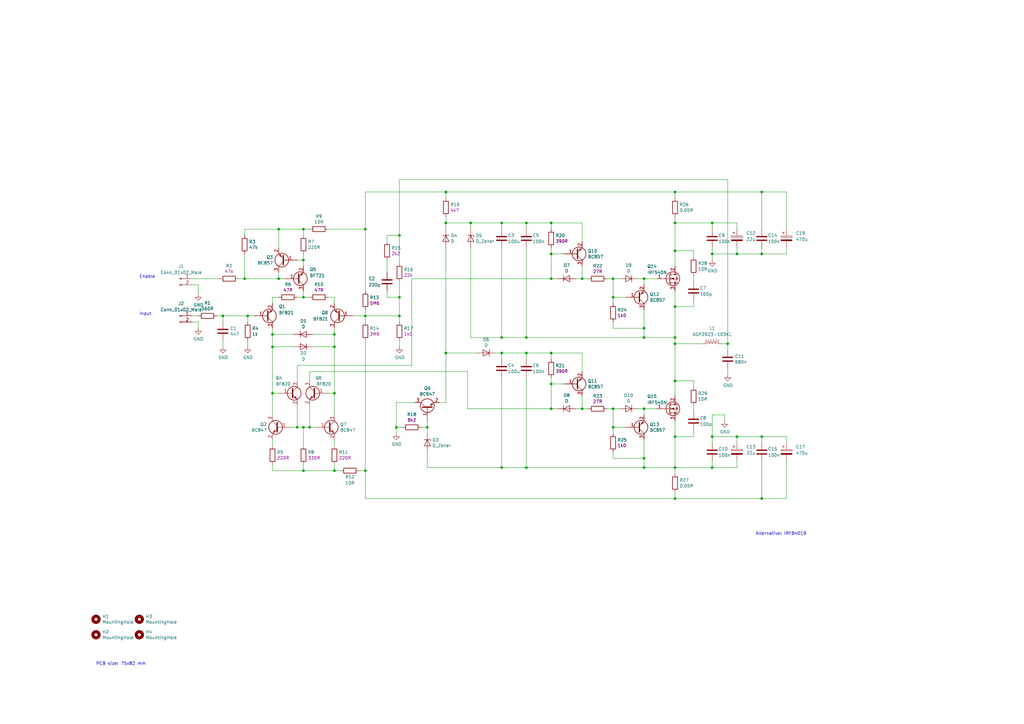
<source format=kicad_sch>
(kicad_sch (version 20211123) (generator eeschema)
  (paper "A3")
  (title_block (title "UcD200") (date "2019-02-03") (rev "0.1") (company "Steen Bie"))
  (junction (at 292.1 104.14))
  (junction (at 276.86 204.47))
  (junction (at 111.76 137.16))
  (junction (at 264.16 114.3))
  (junction (at 251.46 167.64))
  (junction (at 149.86 93.98))
  (junction (at 182.88 91.44))
  (junction (at 276.86 156.21))
  (junction (at 121.92 175.26))
  (junction (at 215.9 144.78))
  (junction (at 302.26 179.07))
  (junction (at 226.06 114.3))
  (junction (at 264.16 134.62))
  (junction (at 238.76 114.3))
  (junction (at 276.86 140.97))
  (junction (at 276.86 125.73))
  (junction (at 111.76 161.29))
  (junction (at 163.83 121.92))
  (junction (at 251.46 121.92))
  (junction (at 124.46 121.92))
  (junction (at 226.06 167.64))
  (junction (at 124.46 106.68))
  (junction (at 276.86 179.07))
  (junction (at 292.1 191.77))
  (junction (at 163.83 96.52))
  (junction (at 238.76 167.64))
  (junction (at 312.42 179.07))
  (junction (at 91.44 129.54))
  (junction (at 124.46 93.98))
  (junction (at 137.16 137.16))
  (junction (at 149.86 193.04))
  (junction (at 226.06 157.48))
  (junction (at 312.42 104.14))
  (junction (at 215.9 138.43))
  (junction (at 292.1 179.07))
  (junction (at 215.9 191.77))
  (junction (at 137.16 142.24))
  (junction (at 137.16 193.04))
  (junction (at 124.46 193.04))
  (junction (at 182.88 144.78))
  (junction (at 205.74 91.44))
  (junction (at 111.76 142.24))
  (junction (at 298.45 140.97))
  (junction (at 276.86 138.43))
  (junction (at 226.06 144.78))
  (junction (at 226.06 104.14))
  (junction (at 292.1 91.44))
  (junction (at 127 175.26))
  (junction (at 175.26 175.26))
  (junction (at 101.6 129.54))
  (junction (at 302.26 104.14))
  (junction (at 205.74 191.77))
  (junction (at 137.16 161.29))
  (junction (at 215.9 91.44))
  (junction (at 251.46 175.26))
  (junction (at 276.86 102.87))
  (junction (at 276.86 91.44))
  (junction (at 163.83 129.54))
  (junction (at 312.42 78.74))
  (junction (at 162.56 175.26))
  (junction (at 149.86 129.54))
  (junction (at 264.16 191.77))
  (junction (at 100.33 114.3))
  (junction (at 276.86 191.77))
  (junction (at 264.16 167.64))
  (junction (at 114.3 93.98))
  (junction (at 264.16 138.43))
  (junction (at 264.16 187.96))
  (junction (at 226.06 91.44))
  (junction (at 205.74 144.78))
  (junction (at 205.74 138.43))
  (junction (at 182.88 78.74))
  (junction (at 193.04 91.44))
  (junction (at 276.86 78.74))
  (junction (at 312.42 204.47))
  (junction (at 114.3 114.3))
  (junction (at 124.46 175.26))
  (junction (at 251.46 114.3))
  (wire (pts (xy 312.42 104.14) (xy 322.58 104.14)))
  (wire (pts (xy 78.74 132.08) (xy 81.28 132.08)))
  (wire (pts (xy 284.48 179.07) (xy 276.86 179.07)))
  (wire (pts (xy 101.6 129.54) (xy 101.6 132.08)))
  (wire (pts (xy 81.28 116.84) (xy 81.28 120.65)))
  (wire (pts (xy 292.1 93.98) (xy 292.1 91.44)))
  (wire (pts (xy 168.91 114.3) (xy 168.91 149.86)))
  (wire (pts (xy 182.88 78.74) (xy 149.86 78.74)))
  (wire (pts (xy 129.54 175.26) (xy 127 175.26)))
  (wire (pts (xy 215.9 91.44) (xy 215.9 93.98)))
  (wire (pts (xy 149.86 93.98) (xy 149.86 119.38)))
  (wire (pts (xy 276.86 191.77) (xy 292.1 191.77)))
  (wire (pts (xy 276.86 102.87) (xy 276.86 109.22)))
  (wire (pts (xy 100.33 114.3) (xy 114.3 114.3)))
  (wire (pts (xy 284.48 102.87) (xy 276.86 102.87)))
  (wire (pts (xy 134.62 93.98) (xy 149.86 93.98)))
  (wire (pts (xy 149.86 132.08) (xy 149.86 129.54)))
  (wire (pts (xy 251.46 121.92) (xy 256.54 121.92)))
  (wire (pts (xy 91.44 129.54) (xy 101.6 129.54)))
  (wire (pts (xy 121.92 149.86) (xy 121.92 156.21)))
  (wire (pts (xy 137.16 121.92) (xy 137.16 124.46)))
  (wire (pts (xy 264.16 167.64) (xy 269.24 167.64)))
  (wire (pts (xy 251.46 121.92) (xy 251.46 124.46)))
  (wire (pts (xy 312.42 78.74) (xy 312.42 93.98)))
  (wire (pts (xy 302.26 104.14) (xy 312.42 104.14)))
  (wire (pts (xy 264.16 138.43) (xy 276.86 138.43)))
  (wire (pts (xy 254 167.64) (xy 251.46 167.64)))
  (wire (pts (xy 264.16 191.77) (xy 276.86 191.77)))
  (wire (pts (xy 127 93.98) (xy 124.46 93.98)))
  (wire (pts (xy 175.26 191.77) (xy 175.26 185.42)))
  (wire (pts (xy 276.86 91.44) (xy 276.86 102.87)))
  (wire (pts (xy 121.92 166.37) (xy 121.92 175.26)))
  (wire (pts (xy 251.46 167.64) (xy 251.46 175.26)))
  (wire (pts (xy 191.77 152.4) (xy 127 152.4)))
  (wire (pts (xy 276.86 204.47) (xy 312.42 204.47)))
  (wire (pts (xy 193.04 101.6) (xy 193.04 138.43)))
  (wire (pts (xy 101.6 139.7) (xy 101.6 142.24)))
  (wire (pts (xy 292.1 101.6) (xy 292.1 104.14)))
  (wire (pts (xy 134.62 161.29) (xy 137.16 161.29)))
  (wire (pts (xy 264.16 114.3) (xy 269.24 114.3)))
  (wire (pts (xy 284.48 123.19) (xy 284.48 125.73)))
  (wire (pts (xy 238.76 91.44) (xy 238.76 99.06)))
  (wire (pts (xy 238.76 109.22) (xy 238.76 114.3)))
  (wire (pts (xy 226.06 91.44) (xy 238.76 91.44)))
  (wire (pts (xy 163.83 73.66) (xy 163.83 96.52)))
  (wire (pts (xy 111.76 180.34) (xy 111.76 182.88)))
  (wire (pts (xy 284.48 166.37) (xy 284.48 168.91)))
  (wire (pts (xy 124.46 106.68) (xy 124.46 109.22)))
  (wire (pts (xy 292.1 181.61) (xy 292.1 179.07)))
  (wire (pts (xy 228.6 167.64) (xy 226.06 167.64)))
  (wire (pts (xy 292.1 191.77) (xy 302.26 191.77)))
  (wire (pts (xy 292.1 104.14) (xy 302.26 104.14)))
  (wire (pts (xy 182.88 101.6) (xy 182.88 144.78)))
  (wire (pts (xy 205.74 144.78) (xy 215.9 144.78)))
  (wire (pts (xy 124.46 193.04) (xy 111.76 193.04)))
  (wire (pts (xy 215.9 147.32) (xy 215.9 144.78)))
  (wire (pts (xy 78.74 114.3) (xy 90.17 114.3)))
  (wire (pts (xy 175.26 172.72) (xy 175.26 175.26)))
  (wire (pts (xy 251.46 167.64) (xy 248.92 167.64)))
  (wire (pts (xy 276.86 201.93) (xy 276.86 204.47)))
  (wire (pts (xy 163.83 142.24) (xy 163.83 139.7)))
  (wire (pts (xy 276.86 156.21) (xy 276.86 162.56)))
  (wire (pts (xy 120.65 142.24) (xy 111.76 142.24)))
  (wire (pts (xy 124.46 104.14) (xy 124.46 106.68)))
  (wire (pts (xy 215.9 91.44) (xy 226.06 91.44)))
  (wire (pts (xy 292.1 191.77) (xy 292.1 189.23)))
  (wire (pts (xy 226.06 157.48) (xy 231.14 157.48)))
  (wire (pts (xy 322.58 204.47) (xy 322.58 189.23)))
  (wire (pts (xy 182.88 165.1) (xy 180.34 165.1)))
  (wire (pts (xy 163.83 121.92) (xy 163.83 115.57)))
  (wire (pts (xy 251.46 134.62) (xy 264.16 134.62)))
  (wire (pts (xy 168.91 149.86) (xy 121.92 149.86)))
  (wire (pts (xy 137.16 193.04) (xy 137.16 190.5)))
  (wire (pts (xy 276.86 179.07) (xy 276.86 172.72)))
  (wire (pts (xy 111.76 121.92) (xy 111.76 124.46)))
  (wire (pts (xy 158.75 99.06) (xy 158.75 96.52)))
  (wire (pts (xy 284.48 176.53) (xy 284.48 179.07)))
  (wire (pts (xy 276.86 138.43) (xy 276.86 140.97)))
  (wire (pts (xy 297.18 170.18) (xy 297.18 172.72)))
  (wire (pts (xy 276.86 88.9) (xy 276.86 91.44)))
  (wire (pts (xy 193.04 91.44) (xy 205.74 91.44)))
  (wire (pts (xy 205.74 154.94) (xy 205.74 191.77)))
  (wire (pts (xy 251.46 175.26) (xy 256.54 175.26)))
  (wire (pts (xy 205.74 93.98) (xy 205.74 91.44)))
  (wire (pts (xy 124.46 193.04) (xy 124.46 190.5)))
  (wire (pts (xy 261.62 167.64) (xy 264.16 167.64)))
  (wire (pts (xy 264.16 134.62) (xy 264.16 127)))
  (wire (pts (xy 215.9 138.43) (xy 215.9 101.6)))
  (wire (pts (xy 124.46 175.26) (xy 124.46 182.88)))
  (wire (pts (xy 251.46 175.26) (xy 251.46 177.8)))
  (wire (pts (xy 292.1 179.07) (xy 292.1 170.18)))
  (wire (pts (xy 322.58 179.07) (xy 322.58 181.61)))
  (wire (pts (xy 121.92 121.92) (xy 124.46 121.92)))
  (wire (pts (xy 172.72 175.26) (xy 175.26 175.26)))
  (wire (pts (xy 137.16 137.16) (xy 137.16 142.24)))
  (wire (pts (xy 205.74 138.43) (xy 215.9 138.43)))
  (wire (pts (xy 149.86 129.54) (xy 163.83 129.54)))
  (wire (pts (xy 312.42 204.47) (xy 322.58 204.47)))
  (wire (pts (xy 264.16 170.18) (xy 264.16 167.64)))
  (wire (pts (xy 226.06 93.98) (xy 226.06 91.44)))
  (wire (pts (xy 298.45 140.97) (xy 298.45 143.51)))
  (wire (pts (xy 111.76 161.29) (xy 111.76 170.18)))
  (wire (pts (xy 158.75 121.92) (xy 163.83 121.92)))
  (wire (pts (xy 158.75 106.68) (xy 158.75 111.76)))
  (wire (pts (xy 162.56 175.26) (xy 162.56 165.1)))
  (wire (pts (xy 114.3 114.3) (xy 116.84 114.3)))
  (wire (pts (xy 276.86 78.74) (xy 276.86 81.28)))
  (wire (pts (xy 302.26 101.6) (xy 302.26 104.14)))
  (wire (pts (xy 100.33 96.52) (xy 100.33 93.98)))
  (wire (pts (xy 312.42 204.47) (xy 312.42 189.23)))
  (wire (pts (xy 264.16 116.84) (xy 264.16 114.3)))
  (wire (pts (xy 97.79 114.3) (xy 100.33 114.3)))
  (wire (pts (xy 226.06 144.78) (xy 238.76 144.78)))
  (wire (pts (xy 114.3 121.92) (xy 111.76 121.92)))
  (wire (pts (xy 182.88 144.78) (xy 182.88 165.1)))
  (wire (pts (xy 137.16 193.04) (xy 124.46 193.04)))
  (wire (pts (xy 175.26 175.26) (xy 175.26 177.8)))
  (wire (pts (xy 205.74 191.77) (xy 175.26 191.77)))
  (wire (pts (xy 124.46 121.92) (xy 127 121.92)))
  (wire (pts (xy 236.22 114.3) (xy 238.76 114.3)))
  (wire (pts (xy 215.9 144.78) (xy 226.06 144.78)))
  (wire (pts (xy 162.56 165.1) (xy 170.18 165.1)))
  (wire (pts (xy 91.44 139.7) (xy 91.44 142.24)))
  (wire (pts (xy 226.06 167.64) (xy 226.06 157.48)))
  (wire (pts (xy 137.16 180.34) (xy 137.16 182.88)))
  (wire (pts (xy 284.48 105.41) (xy 284.48 102.87)))
  (wire (pts (xy 162.56 175.26) (xy 162.56 177.8)))
  (wire (pts (xy 284.48 158.75) (xy 284.48 156.21)))
  (wire (pts (xy 298.45 140.97) (xy 298.45 73.66)))
  (wire (pts (xy 284.48 156.21) (xy 276.86 156.21)))
  (wire (pts (xy 163.83 129.54) (xy 163.83 132.08)))
  (wire (pts (xy 295.91 140.97) (xy 298.45 140.97)))
  (wire (pts (xy 121.92 175.26) (xy 124.46 175.26)))
  (wire (pts (xy 158.75 119.38) (xy 158.75 121.92)))
  (wire (pts (xy 261.62 114.3) (xy 264.16 114.3)))
  (wire (pts (xy 251.46 132.08) (xy 251.46 134.62)))
  (wire (pts (xy 165.1 175.26) (xy 162.56 175.26)))
  (wire (pts (xy 182.88 93.98) (xy 182.88 91.44)))
  (wire (pts (xy 298.45 153.67) (xy 298.45 151.13)))
  (wire (pts (xy 312.42 181.61) (xy 312.42 179.07)))
  (wire (pts (xy 114.3 111.76) (xy 114.3 114.3)))
  (wire (pts (xy 137.16 142.24) (xy 137.16 161.29)))
  (wire (pts (xy 128.27 142.24) (xy 137.16 142.24)))
  (wire (pts (xy 312.42 78.74) (xy 322.58 78.74)))
  (wire (pts (xy 205.74 147.32) (xy 205.74 144.78)))
  (wire (pts (xy 292.1 91.44) (xy 302.26 91.44)))
  (wire (pts (xy 149.86 129.54) (xy 149.86 127)))
  (wire (pts (xy 163.83 121.92) (xy 163.83 129.54)))
  (wire (pts (xy 127 166.37) (xy 127 175.26)))
  (wire (pts (xy 292.1 106.68) (xy 292.1 104.14)))
  (wire (pts (xy 203.2 144.78) (xy 205.74 144.78)))
  (wire (pts (xy 238.76 167.64) (xy 241.3 167.64)))
  (wire (pts (xy 238.76 162.56) (xy 238.76 167.64)))
  (wire (pts (xy 111.76 134.62) (xy 111.76 137.16)))
  (wire (pts (xy 111.76 137.16) (xy 111.76 142.24)))
  (wire (pts (xy 163.83 96.52) (xy 163.83 107.95)))
  (wire (pts (xy 193.04 138.43) (xy 205.74 138.43)))
  (wire (pts (xy 226.06 167.64) (xy 191.77 167.64)))
  (wire (pts (xy 128.27 137.16) (xy 137.16 137.16)))
  (wire (pts (xy 127 152.4) (xy 127 156.21)))
  (wire (pts (xy 88.9 129.54) (xy 91.44 129.54)))
  (wire (pts (xy 124.46 93.98) (xy 124.46 96.52)))
  (wire (pts (xy 292.1 179.07) (xy 302.26 179.07)))
  (wire (pts (xy 264.16 187.96) (xy 264.16 191.77)))
  (wire (pts (xy 139.7 193.04) (xy 137.16 193.04)))
  (wire (pts (xy 81.28 132.08) (xy 81.28 134.62)))
  (wire (pts (xy 226.06 114.3) (xy 226.06 104.14)))
  (wire (pts (xy 114.3 93.98) (xy 114.3 101.6)))
  (wire (pts (xy 254 114.3) (xy 251.46 114.3)))
  (wire (pts (xy 298.45 73.66) (xy 163.83 73.66)))
  (wire (pts (xy 284.48 125.73) (xy 276.86 125.73)))
  (wire (pts (xy 251.46 114.3) (xy 251.46 121.92)))
  (wire (pts (xy 276.86 194.31) (xy 276.86 191.77)))
  (wire (pts (xy 248.92 114.3) (xy 251.46 114.3)))
  (wire (pts (xy 182.88 78.74) (xy 276.86 78.74)))
  (wire (pts (xy 292.1 170.18) (xy 297.18 170.18)))
  (wire (pts (xy 100.33 93.98) (xy 114.3 93.98)))
  (wire (pts (xy 264.16 134.62) (xy 264.16 138.43)))
  (wire (pts (xy 302.26 191.77) (xy 302.26 189.23)))
  (wire (pts (xy 276.86 125.73) (xy 276.86 138.43)))
  (wire (pts (xy 101.6 129.54) (xy 104.14 129.54)))
  (wire (pts (xy 276.86 78.74) (xy 312.42 78.74)))
  (wire (pts (xy 284.48 113.03) (xy 284.48 115.57)))
  (wire (pts (xy 137.16 134.62) (xy 137.16 137.16)))
  (wire (pts (xy 205.74 91.44) (xy 215.9 91.44)))
  (wire (pts (xy 134.62 121.92) (xy 137.16 121.92)))
  (wire (pts (xy 322.58 104.14) (xy 322.58 101.6)))
  (wire (pts (xy 182.88 81.28) (xy 182.88 78.74)))
  (wire (pts (xy 238.76 144.78) (xy 238.76 152.4)))
  (wire (pts (xy 226.06 114.3) (xy 228.6 114.3)))
  (wire (pts (xy 238.76 114.3) (xy 241.3 114.3)))
  (wire (pts (xy 264.16 191.77) (xy 215.9 191.77)))
  (wire (pts (xy 276.86 191.77) (xy 276.86 179.07)))
  (wire (pts (xy 147.32 193.04) (xy 149.86 193.04)))
  (wire (pts (xy 182.88 144.78) (xy 195.58 144.78)))
  (wire (pts (xy 158.75 96.52) (xy 163.83 96.52)))
  (wire (pts (xy 251.46 185.42) (xy 251.46 187.96)))
  (wire (pts (xy 215.9 154.94) (xy 215.9 191.77)))
  (wire (pts (xy 149.86 204.47) (xy 149.86 193.04)))
  (wire (pts (xy 124.46 119.38) (xy 124.46 121.92)))
  (wire (pts (xy 121.92 175.26) (xy 119.38 175.26)))
  (wire (pts (xy 302.26 179.07) (xy 312.42 179.07)))
  (wire (pts (xy 302.26 91.44) (xy 302.26 93.98)))
  (wire (pts (xy 312.42 179.07) (xy 322.58 179.07)))
  (wire (pts (xy 264.16 138.43) (xy 215.9 138.43)))
  (wire (pts (xy 276.86 125.73) (xy 276.86 119.38)))
  (wire (pts (xy 215.9 191.77) (xy 205.74 191.77)))
  (wire (pts (xy 312.42 101.6) (xy 312.42 104.14)))
  (wire (pts (xy 111.76 193.04) (xy 111.76 190.5)))
  (wire (pts (xy 120.65 137.16) (xy 111.76 137.16)))
  (wire (pts (xy 114.3 161.29) (xy 111.76 161.29)))
  (wire (pts (xy 302.26 181.61) (xy 302.26 179.07)))
  (wire (pts (xy 236.22 167.64) (xy 238.76 167.64)))
  (wire (pts (xy 205.74 101.6) (xy 205.74 138.43)))
  (wire (pts (xy 182.88 91.44) (xy 193.04 91.44)))
  (wire (pts (xy 121.92 106.68) (xy 124.46 106.68)))
  (wire (pts (xy 251.46 187.96) (xy 264.16 187.96)))
  (wire (pts (xy 149.86 193.04) (xy 149.86 139.7)))
  (wire (pts (xy 191.77 167.64) (xy 191.77 152.4)))
  (wire (pts (xy 137.16 161.29) (xy 137.16 170.18)))
  (wire (pts (xy 100.33 104.14) (xy 100.33 114.3)))
  (wire (pts (xy 226.06 101.6) (xy 226.06 104.14)))
  (wire (pts (xy 168.91 114.3) (xy 226.06 114.3)))
  (wire (pts (xy 149.86 78.74) (xy 149.86 93.98)))
  (wire (pts (xy 288.29 140.97) (xy 276.86 140.97)))
  (wire (pts (xy 81.28 116.84) (xy 78.74 116.84)))
  (wire (pts (xy 264.16 187.96) (xy 264.16 180.34)))
  (wire (pts (xy 144.78 129.54) (xy 149.86 129.54)))
  (wire (pts (xy 124.46 175.26) (xy 127 175.26)))
  (wire (pts (xy 226.06 147.32) (xy 226.06 144.78)))
  (wire (pts (xy 226.06 157.48) (xy 226.06 154.94)))
  (wire (pts (xy 91.44 129.54) (xy 91.44 132.08)))
  (wire (pts (xy 276.86 204.47) (xy 149.86 204.47)))
  (wire (pts (xy 276.86 140.97) (xy 276.86 156.21)))
  (wire (pts (xy 193.04 93.98) (xy 193.04 91.44)))
  (wire (pts (xy 124.46 93.98) (xy 114.3 93.98)))
  (wire (pts (xy 111.76 142.24) (xy 111.76 161.29)))
  (wire (pts (xy 292.1 91.44) (xy 276.86 91.44)))
  (wire (pts (xy 182.88 88.9) (xy 182.88 91.44)))
  (wire (pts (xy 322.58 78.74) (xy 322.58 93.98)))
  (wire (pts (xy 226.06 104.14) (xy 231.14 104.14)))
  (wire (pts (xy 78.74 129.54) (xy 81.28 129.54)))
  (text "PCB size: 75x82 mm" (at 39.37 273.05 0) (effects (font (size 1.27 1.27)) (justify left bottom)))
  (text "Input" (at 57.15 129.54 0) (effects (font (size 1.27 1.27)) (justify left bottom)))
  (text "Alternative: IRFB4019" (at 309.88 219.71 0) (effects (font (size 1.27 1.27)) (justify left bottom)))
  (text "Enable" (at 57.15 114.3 0) (effects (font (size 1.27 1.27)) (justify left bottom)))
  (symbol (lib_id "UcD200-rescue:C-Device-UcD200-rescue") (at 91.44 135.89 0) (unit 1)
    (property "Reference" "C1" (at 94.361 134.7216 0) (effects (justify left)))
    (property "Value" "4n7" (at 94.361 137.033 0) (effects (justify left)))
    (property "Footprint" "Capacitor_SMD:C_0603_1608Metric" (effects hide))
  )
  (symbol (lib_id "UcD200-rescue:R220R_0603-standard_lib-UcD200-rescue-UcD200-rescue") (at 124.46 100.33 0) (unit 1)
    (property "Reference" "R7" (at 126.238 99.1616 0) (effects (justify left)))
    (property "Value" "220R" (at 126.238 101.473 0) (effects (justify left)))
    (property "Footprint" "Resistor_SMD:R_0603_1608Metric" (effects hide))
    (property "Mfg. Part No." "AC0603FR-07220RL" (effects hide))
    (property "Mouser Part No." "603-AC0603FR-07220RL" (effects hide))
    (property "Value / value" "220R" (effects hide))
  )
  (symbol (lib_id "UcD200-rescue:R-Device-UcD200-rescue") (at 143.51 193.04 270) (unit 1)
    (property "Reference" "R12" (at 143.51 195.58 90))
    (property "Value" "10R" (at 143.51 198.12 90))
    (property "Footprint" "Resistor_SMD:R_0603_1608Metric" (effects hide))
  )
  (symbol (lib_id "UcD200-rescue:R-Device-UcD200-rescue") (at 130.81 93.98 270) (unit 1)
    (property "Reference" "R9" (at 130.81 88.7222 90))
    (property "Value" "10R" (at 130.81 91.0336 90))
    (property "Footprint" "Resistor_SMD:R_0603_1608Metric" (effects hide))
  )
  (symbol (lib_id "UcD200-rescue:R-Device-UcD200-rescue") (at 101.6 135.89 0) (unit 1)
    (property "Reference" "R4" (at 103.378 134.7216 0) (effects (justify left)))
    (property "Value" "1k" (at 103.378 137.033 0) (effects (justify left)))
    (property "Footprint" "Resistor_SMD:R_0603_1608Metric" (effects hide))
  )
  (symbol (lib_id "UcD200-rescue:R-Device-UcD200-rescue") (at 85.09 129.54 270) (unit 1)
    (property "Reference" "R1" (at 85.09 124.2822 90))
    (property "Value" "560R" (at 85.09 126.5936 90))
    (property "Footprint" "Resistor_SMD:R_0603_1608Metric" (effects hide))
  )
  (symbol (lib_id "UcD200-rescue:GND-power-UcD200-rescue") (at 91.44 142.24 0) (unit 1)
    (property "Reference" "#PWR0101" (effects hide))
    (property "Value" "GND" (at 91.567 146.6342 0))
  )
  (symbol (lib_id "UcD200-rescue:GND-power-UcD200-rescue") (at 101.6 142.24 0) (unit 1)
    (property "Reference" "#PWR0102" (effects hide))
    (property "Value" "GND" (at 101.727 146.6342 0))
  )
  (symbol (lib_id "UcD200-rescue:R47k_0603-standard_lib-UcD200-rescue-UcD200-rescue") (at 100.33 100.33 0) (unit 1)
    (property "Reference" "R3" (at 102.108 99.1616 0) (effects (justify left)))
    (property "Value" "47k" (at 102.108 101.473 0) (effects (justify left)))
    (property "Footprint" "Resistor_SMD:R_0603_1608Metric" (effects hide))
  )
  (symbol (lib_id "UcD200-rescue:GND-power-UcD200-rescue") (at 81.28 120.65 0) (unit 1)
    (property "Reference" "#PWR0103" (effects hide))
    (property "Value" "GND" (at 81.407 125.0442 0))
  )
  (symbol (lib_id "UcD200-rescue:GND-power-UcD200-rescue") (at 81.28 134.62 0) (unit 1)
    (property "Reference" "#PWR0104" (effects hide))
    (property "Value" "GND" (at 81.407 139.0142 0))
  )
  (symbol (lib_id "UcD200-rescue:D-Device-UcD200-rescue") (at 124.46 137.16 0) (unit 1)
    (property "Reference" "D1" (at 124.46 131.6736 0))
    (property "Value" "D" (at 124.46 133.985 0))
  )
  (symbol (lib_id "UcD200-rescue:D-Device-UcD200-rescue") (at 124.46 142.24 0) (mirror y) (unit 1)
    (property "Reference" "D2" (at 124.46 144.78 0))
    (property "Value" "D" (at 124.46 147.32 0))
  )
  (symbol (lib_id "UcD200-rescue:IRF540N-Transistor_FET-UcD200-rescue") (at 274.32 167.64 0) (unit 1)
    (property "Reference" "Q15" (at 265.43 162.56 0) (effects (justify left)))
    (property "Value" "IRF540N" (at 265.43 165.1 0) (effects (justify left)))
    (property "Footprint" "Package_TO_SOT_THT:TO-220-3_Vertical" (effects hide))
    (property "Datasheet" "http://www.irf.com/product-info/datasheets/data/irf540n.pdf" (effects hide))
  )
  (symbol (lib_id "UcD200-rescue:GND-power-UcD200-rescue") (at 163.83 142.24 0) (unit 1)
    (property "Reference" "#PWR0105" (effects hide))
    (property "Value" "GND" (at 163.957 146.6342 0))
  )
  (symbol (lib_id "UcD200-rescue:C-Device-UcD200-rescue") (at 158.75 115.57 0) (unit 1)
    (property "Reference" "C2" (at 151.13 114.3 0) (effects (justify left)))
    (property "Value" "220p" (at 151.13 116.84 0) (effects (justify left)))
    (property "Footprint" "Capacitor_SMD:C_0603_1608Metric" (effects hide))
  )
  (symbol (lib_id "UcD200-rescue:C-Device-UcD200-rescue") (at 298.45 147.32 0) (unit 1)
    (property "Reference" "C11" (at 301.371 146.1516 0) (effects (justify left)))
    (property "Value" "680n" (at 301.371 148.463 0) (effects (justify left)))
    (property "Footprint" "Capacitor_SMD:C_0603_1608Metric" (effects hide))
  )
  (symbol (lib_id "UcD200-rescue:D-Device-UcD200-rescue") (at 257.81 114.3 0) (mirror y) (unit 1)
    (property "Reference" "D9" (at 257.81 108.8136 0))
    (property "Value" "D" (at 257.81 111.125 0))
  )
  (symbol (lib_id "UcD200-rescue:D_Zener-Device-UcD200-rescue") (at 175.26 181.61 270) (unit 1)
    (property "Reference" "D3" (at 177.2666 180.4416 90) (effects (justify left)))
    (property "Value" "D_Zener" (at 177.2666 182.753 90) (effects (justify left)))
  )
  (symbol (lib_id "UcD200-rescue:D_Zener-Device-UcD200-rescue") (at 193.04 97.79 270) (unit 1)
    (property "Reference" "D5" (at 195.0466 96.6216 90) (effects (justify left)))
    (property "Value" "D_Zener" (at 195.0466 98.933 90) (effects (justify left)))
  )
  (symbol (lib_id "UcD200-rescue:D-Device-UcD200-rescue") (at 232.41 114.3 0) (unit 1)
    (property "Reference" "D7" (at 232.41 108.8136 0))
    (property "Value" "D" (at 232.41 111.125 0))
  )
  (symbol (lib_id "UcD200-rescue:D-Device-UcD200-rescue") (at 232.41 167.64 0) (unit 1)
    (property "Reference" "D8" (at 232.41 162.1536 0))
    (property "Value" "D" (at 232.41 164.465 0))
  )
  (symbol (lib_id "UcD200-rescue:R-Device-UcD200-rescue") (at 284.48 162.56 0) (unit 1)
    (property "Reference" "R29" (at 286.258 161.3916 0) (effects (justify left)))
    (property "Value" "10R" (at 286.258 163.703 0) (effects (justify left)))
  )
  (symbol (lib_id "UcD200-rescue:C-Device-UcD200-rescue") (at 284.48 172.72 0) (unit 1)
    (property "Reference" "C8" (at 287.02 171.45 0) (effects (justify left)))
    (property "Value" "100p" (at 287.02 173.99 0) (effects (justify left)))
    (property "Footprint" "Capacitor_SMD:C_0603_1608Metric" (effects hide))
  )
  (symbol (lib_id "UcD200-rescue:IRF540N-Transistor_FET-UcD200-rescue") (at 274.32 114.3 0) (unit 1)
    (property "Reference" "Q14" (at 265.43 109.22 0) (effects (justify left)))
    (property "Value" "IRF540N" (at 265.43 111.76 0) (effects (justify left)))
    (property "Footprint" "Package_TO_SOT_THT:TO-220-3_Vertical" (effects hide))
    (property "Datasheet" "http://www.irf.com/product-info/datasheets/data/irf540n.pdf" (effects hide))
  )
  (symbol (lib_id "UcD200-rescue:R-Device-UcD200-rescue") (at 284.48 109.22 0) (unit 1)
    (property "Reference" "R28" (at 286.258 108.0516 0) (effects (justify left)))
    (property "Value" "10R" (at 286.258 110.363 0) (effects (justify left)))
  )
  (symbol (lib_id "UcD200-rescue:C-Device-UcD200-rescue") (at 284.48 119.38 0) (unit 1)
    (property "Reference" "C7" (at 287.02 118.11 0) (effects (justify left)))
    (property "Value" "100p" (at 287.02 120.65 0) (effects (justify left)))
    (property "Footprint" "Capacitor_SMD:C_0603_1608Metric" (effects hide))
  )
  (symbol (lib_id "UcD200-rescue:GND-power-UcD200-rescue") (at 298.45 153.67 0) (unit 1)
    (property "Reference" "#PWR0106" (effects hide))
    (property "Value" "GND" (at 298.577 158.0642 0))
  )
  (symbol (lib_id "UcD200-rescue:R220R_0603-standard_lib-UcD200-rescue-UcD200-rescue") (at 111.76 186.69 0) (unit 1)
    (property "Reference" "R5" (at 113.538 185.5216 0) (effects (justify left)))
    (property "Value" "R220R_0603" (effects hide))
    (property "Footprint" "Resistor_SMD:R_0603_1608Metric" (effects hide))
    (property "Datasheet" "https://www.mouser.dk/datasheet/2/447/PYu-AC_51_RoHS_L_6-1152827.pdf" (effects hide))
    (property "Value / value" "220R" (at 113.538 187.833 0) (effects (justify left)))
    (property "Mfg. Part No." "AC0603FR-07220RL" (effects hide))
    (property "Mouser Part No." "603-AC0603FR-07220RL" (effects hide))
  )
  (symbol (lib_id "UcD200-rescue:R220R_0603-standard_lib-UcD200-rescue-UcD200-rescue") (at 137.16 186.69 0) (unit 1)
    (property "Reference" "R11" (at 138.938 185.5216 0) (effects (justify left)))
    (property "Value" "R220R_0603" (effects hide))
    (property "Footprint" "Resistor_SMD:R_0603_1608Metric" (effects hide))
    (property "Datasheet" "https://www.mouser.dk/datasheet/2/447/PYu-AC_51_RoHS_L_6-1152827.pdf" (effects hide))
    (property "Value / value" "220R" (at 138.938 187.833 0) (effects (justify left)))
    (property "Mfg. Part No." "AC0603FR-07220RL" (effects hide))
    (property "Mouser Part No." "603-AC0603FR-07220RL" (effects hide))
  )
  (symbol (lib_id "UcD200-rescue:R330R_0603-standard_lib-UcD200-rescue-UcD200-rescue") (at 124.46 186.69 0) (unit 1)
    (property "Reference" "R8" (at 126.238 185.5216 0) (effects (justify left)))
    (property "Value" "R330R_0603" (effects hide))
    (property "Footprint" "Resistor_SMD:R_0603_1608Metric" (effects hide))
    (property "Datasheet" "https://www.mouser.dk/datasheet/2/447/PYu-AC_51_RoHS_L_6-1152827.pdf" (effects hide))
    (property "Value / value" "330R" (at 126.238 187.833 0) (effects (justify left)))
    (property "Mfg. Part No." "AC0603FR-07330RL" (effects hide))
    (property "Mouser Part No." "603-AC0603FR-07330RL" (effects hide))
  )
  (symbol (lib_id "UcD200-rescue:D-Device-UcD200-rescue") (at 257.81 167.64 0) (mirror y) (unit 1)
    (property "Reference" "D10" (at 257.81 162.1536 0))
    (property "Value" "D" (at 257.81 164.465 0))
  )
  (symbol (lib_id "UcD200-rescue:R1k0_0603-standard_lib-UcD200-rescue-UcD200-rescue") (at 163.83 135.89 0) (unit 1)
    (property "Reference" "R17" (at 165.608 134.7216 0) (effects (justify left)))
    (property "Value" "R1k0_0603" (effects hide))
    (property "Footprint" "Resistor_SMD:R_0603_1608Metric" (effects hide))
    (property "Datasheet" "https://www.mouser.dk/datasheet/2/447/PYu-AC_51_RoHS_L_6-1152827.pdf" (effects hide))
    (property "Value / value" "1k0" (at 165.608 137.033 0) (effects (justify left)))
    (property "Mfg. Part No." "AC0603FR-071KL" (effects hide))
    (property "Mouser Part No." "603-AC0603FR-071KL" (effects hide))
  )
  (symbol (lib_id "UcD200-rescue:R22k_0603-standard_lib-UcD200-rescue-UcD200-rescue") (at 163.83 111.76 0) (unit 1)
    (property "Reference" "R16" (at 165.608 110.5916 0) (effects (justify left)))
    (property "Value" "R22k_0603" (effects hide))
    (property "Footprint" "Resistor_SMD:R_0603_1608Metric" (effects hide))
    (property "Datasheet" "https://www.mouser.dk/datasheet/2/447/PYu-AC_51_RoHS_L_6-1152827.pdf" (effects hide))
    (property "Value / value" "22k" (at 165.608 112.903 0) (effects (justify left)))
    (property "Mfg. Part No." "AC0603FR-1022KL" (effects hide))
    (property "Mouser Part No." "603-AC0603FR-1022KL" (effects hide))
  )
  (symbol (lib_id "UcD200-rescue:R2k2_0603-standard_lib-UcD200-rescue-UcD200-rescue") (at 158.75 102.87 0) (unit 1)
    (property "Reference" "R15" (at 160.528 101.7016 0) (effects (justify left)))
    (property "Value" "R2k2_0603" (effects hide))
    (property "Footprint" "Resistor_SMD:R_0603_1608Metric" (effects hide))
    (property "Datasheet" "https://www.mouser.dk/datasheet/2/447/PYu-AC_51_RoHS_L_6-1152827.pdf" (effects hide))
    (property "Value / value" "2k2" (at 160.528 104.013 0) (effects (justify left)))
    (property "Mfg. Part No." "AC0603JR-072K2L" (effects hide))
    (property "Mouser Part No." "603-AC0603JR-072K2L" (effects hide))
  )
  (symbol (lib_id "UcD200-rescue:R27R_0603-standard_lib-UcD200-rescue-UcD200-rescue") (at 245.11 167.64 270) (unit 1)
    (property "Reference" "R23" (at 245.11 162.3822 90))
    (property "Value" "R27R_0603" (effects hide))
    (property "Footprint" "Resistor_SMD:R_0603_1608Metric" (effects hide))
    (property "Datasheet" "https://www.mouser.dk/datasheet/2/447/PYu-AC_51_RoHS_L_6-1152827.pdf" (effects hide))
    (property "Value / value" "27R" (at 245.11 164.6936 90))
    (property "Mfg. Part No." "AC0603FR-0727RL" (effects hide))
    (property "Mouser Part No." "603-AC0603FR-0727RL" (effects hide))
  )
  (symbol (lib_id "UcD200-rescue:R27R_0603-standard_lib-UcD200-rescue-UcD200-rescue") (at 245.11 114.3 270) (unit 1)
    (property "Reference" "R22" (at 245.11 109.0422 90))
    (property "Value" "R27R_0603" (effects hide))
    (property "Footprint" "Resistor_SMD:R_0603_1608Metric" (effects hide))
    (property "Datasheet" "https://www.mouser.dk/datasheet/2/447/PYu-AC_51_RoHS_L_6-1152827.pdf" (effects hide))
    (property "Value / value" "27R" (at 245.11 111.3536 90))
    (property "Mfg. Part No." "AC0603FR-0727RL" (effects hide))
    (property "Mouser Part No." "603-AC0603FR-0727RL" (effects hide))
  )
  (symbol (lib_id "UcD200-rescue:R390R_0603-standard_lib-UcD200-rescue-UcD200-rescue") (at 226.06 97.79 0) (unit 1)
    (property "Reference" "R20" (at 227.838 96.6216 0) (effects (justify left)))
    (property "Value" "R390R_0603" (effects hide))
    (property "Footprint" "Resistor_SMD:R_0603_1608Metric" (effects hide))
    (property "Datasheet" "https://www.mouser.dk/datasheet/2/447/PYu-AC_51_RoHS_L_6-1152827.pdf" (effects hide))
    (property "Value / value" "390R" (at 227.838 98.933 0) (effects (justify left)))
    (property "Mfg. Part No." "AC0603FR-07390RL" (effects hide))
    (property "Mouser Part No." "603-AC0603FR-07390RL" (effects hide))
  )
  (symbol (lib_id "UcD200-rescue:R390R_0603-standard_lib-UcD200-rescue-UcD200-rescue") (at 226.06 151.13 0) (unit 1)
    (property "Reference" "R21" (at 227.838 149.9616 0) (effects (justify left)))
    (property "Value" "R390R_0603" (effects hide))
    (property "Footprint" "Resistor_SMD:R_0603_1608Metric" (effects hide))
    (property "Datasheet" "https://www.mouser.dk/datasheet/2/447/PYu-AC_51_RoHS_L_6-1152827.pdf" (effects hide))
    (property "Value / value" "390R" (at 227.838 152.273 0) (effects (justify left)))
    (property "Mfg. Part No." "AC0603FR-07390RL" (effects hide))
    (property "Mouser Part No." "603-AC0603FR-07390RL" (effects hide))
  )
  (symbol (lib_id "UcD200-rescue:R1k0_0603-standard_lib-UcD200-rescue-UcD200-rescue") (at 251.46 181.61 0) (unit 1)
    (property "Reference" "R25" (at 253.238 180.4416 0) (effects (justify left)))
    (property "Value" "R1k0_0603" (effects hide))
    (property "Footprint" "Resistor_SMD:R_0603_1608Metric" (effects hide))
    (property "Datasheet" "https://www.mouser.dk/datasheet/2/447/PYu-AC_51_RoHS_L_6-1152827.pdf" (effects hide))
    (property "Value / value" "1k0" (at 253.238 182.753 0) (effects (justify left)))
    (property "Mfg. Part No." "AC0603FR-071KL" (effects hide))
    (property "Mouser Part No." "603-AC0603FR-071KL" (effects hide))
  )
  (symbol (lib_id "UcD200-rescue:R1k0_0603-standard_lib-UcD200-rescue-UcD200-rescue") (at 251.46 128.27 0) (unit 1)
    (property "Reference" "R24" (at 253.238 127.1016 0) (effects (justify left)))
    (property "Value" "R1k0_0603" (effects hide))
    (property "Footprint" "Resistor_SMD:R_0603_1608Metric" (effects hide))
    (property "Datasheet" "https://www.mouser.dk/datasheet/2/447/PYu-AC_51_RoHS_L_6-1152827.pdf" (effects hide))
    (property "Value / value" "1k0" (at 253.238 129.413 0) (effects (justify left)))
    (property "Mfg. Part No." "AC0603FR-071KL" (effects hide))
    (property "Mouser Part No." "603-AC0603FR-071KL" (effects hide))
  )
  (symbol (lib_id "UcD200-rescue:C-Device-UcD200-rescue") (at 215.9 97.79 0) (unit 1)
    (property "Reference" "C5" (at 218.44 96.52 0) (effects (justify left)))
    (property "Value" "100n" (at 218.44 99.06 0) (effects (justify left)))
    (property "Footprint" "Capacitor_SMD:C_0603_1608Metric" (effects hide))
  )
  (symbol (lib_id "UcD200-rescue:C-Device-UcD200-rescue") (at 215.9 151.13 0) (unit 1)
    (property "Reference" "C6" (at 218.44 149.86 0) (effects (justify left)))
    (property "Value" "100n" (at 218.44 152.4 0) (effects (justify left)))
    (property "Footprint" "Capacitor_SMD:C_0603_1608Metric" (effects hide))
  )
  (symbol (lib_id "UcD200-rescue:C-Device-UcD200-rescue") (at 205.74 151.13 0) (unit 1)
    (property "Reference" "C4" (at 208.28 149.86 0) (effects (justify left)))
    (property "Value" "100u" (at 208.28 152.4 0) (effects (justify left)))
  )
  (symbol (lib_id "UcD200-rescue:C-Device-UcD200-rescue") (at 205.74 97.79 0) (unit 1)
    (property "Reference" "C3" (at 208.28 96.52 0) (effects (justify left)))
    (property "Value" "100u" (at 208.28 99.06 0) (effects (justify left)))
  )
  (symbol (lib_id "UcD200-rescue:R5M6_0603-standard_lib-UcD200-rescue-UcD200-rescue") (at 149.86 123.19 0) (unit 1)
    (property "Reference" "R13" (at 151.638 122.0216 0) (effects (justify left)))
    (property "Value" "R5M6_0603" (effects hide))
    (property "Footprint" "Resistor_SMD:R_0603_1608Metric" (effects hide))
    (property "Datasheet" "https://www.mouser.dk/datasheet/2/447/PYu-AC_51_RoHS_L_6-1152827.pdf" (effects hide))
    (property "Value / value" "5M6" (at 151.638 124.333 0) (effects (justify left)))
    (property "Mfg. Part No." "AC0603FR-075M6L" (effects hide))
    (property "Mouser Part No." "603-AC0603FR-075M6L" (effects hide))
  )
  (symbol (lib_id "UcD200-rescue:R3M9_0603-standard_lib-UcD200-rescue-UcD200-rescue") (at 149.86 135.89 0) (unit 1)
    (property "Reference" "R14" (at 151.638 134.7216 0) (effects (justify left)))
    (property "Value" "R3M9_0603" (effects hide))
    (property "Footprint" "Resistor_SMD:R_0603_1608Metric" (effects hide))
    (property "Datasheet" "https://www.mouser.dk/datasheet/2/447/PYu-AC_51_RoHS_L_6-1152827.pdf" (effects hide))
    (property "Value / value" "3M9" (at 151.638 137.033 0) (effects (justify left)))
    (property "Mfg. Part No." "AC0603FR-073M9L" (effects hide))
    (property "Mouser Part No." "603-AC0603FR-073M9L" (effects hide))
  )
  (symbol (lib_id "UcD200-rescue:R47k_0603-standard_lib-UcD200-rescue-UcD200-rescue") (at 93.98 114.3 270) (unit 1)
    (property "Reference" "R2" (at 93.98 109.0422 90))
    (property "Value" "R47k_0603" (effects hide))
    (property "Footprint" "Resistor_SMD:R_0603_1608Metric" (effects hide))
    (property "Datasheet" "https://www.mouser.dk/datasheet/2/447/PYu-AC_51_RoHS_L_6-1152827.pdf" (effects hide))
    (property "Value / value" "47k" (at 93.98 111.3536 90))
  )
  (symbol (lib_id "UcD200-rescue:BC847-Transistor_BJT-UcD200-rescue") (at 134.62 175.26 0) (unit 1)
    (property "Reference" "Q7" (at 139.4714 174.0916 0) (effects (justify left)))
    (property "Value" "BC847" (at 139.4714 176.403 0) (effects (justify left)))
    (property "Footprint" "Package_TO_SOT_SMD:SOT-23" (effects hide))
    (property "Datasheet" "http://www.infineon.com/dgdl/Infineon-BC847SERIES_BC848SERIES_BC849SERIES_BC850SERIES-DS-v01_01-en.pdf?fileId=db3a304314dca389011541d4630a1657" (effects hide))
  )
  (symbol (lib_id "UcD200-rescue:BC847-Transistor_BJT-UcD200-rescue") (at 114.3 175.26 0) (mirror y) (unit 1)
    (property "Reference" "Q2" (at 109.474 174.0916 0) (effects (justify left)))
    (property "Value" "BC847" (at 109.474 176.403 0) (effects (justify left)))
    (property "Footprint" "Package_TO_SOT_SMD:SOT-23" (effects hide))
    (property "Datasheet" "http://www.infineon.com/dgdl/Infineon-BC847SERIES_BC848SERIES_BC849SERIES_BC850SERIES-DS-v01_01-en.pdf?fileId=db3a304314dca389011541d4630a1657" (effects hide))
  )
  (symbol (lib_id "UcD200-rescue:R4k7_0603-standard_lib-UcD200-rescue-UcD200-rescue") (at 182.88 85.09 0) (unit 1)
    (property "Reference" "R19" (at 184.658 83.9216 0) (effects (justify left)))
    (property "Value" "R4k7_0603" (effects hide))
    (property "Footprint" "Resistor_SMD:R_0603_1608Metric" (effects hide))
    (property "Datasheet" "http://www.yageo.com/NewPortal/yageodocoutput?fileName=/pdf/R-Chip/PYu-AC_51_RoHS_L_7.pdf" (effects hide))
    (property "Value / value" "4k7" (at 184.658 86.233 0) (effects (justify left)))
    (property "Mfg. Part No." "AC0603JR-074k7L" (effects hide))
    (property "Mouser Part No." "603-AC0603JR-074k7L" (effects hide))
  )
  (symbol (lib_id "UcD200-rescue:R8k2_0603-standard_lib-UcD200-rescue-UcD200-rescue") (at 168.91 175.26 270) (unit 1)
    (property "Reference" "R18" (at 168.91 170.0022 90))
    (property "Value" "R8k2_0603" (effects hide))
    (property "Footprint" "Resistor_SMD:R_0603_1608Metric" (effects hide))
    (property "Datasheet" "https://www.mouser.dk/datasheet/2/447/PYu-AC_51_RoHS_L_6-1152827.pdf" (effects hide))
    (property "Value / value" "8k2" (at 168.91 172.3136 90))
    (property "Mfg. Part No." "AC0603JR-078k2L" (effects hide))
    (property "Mouser Part No." "603-AC0603JR-078k2L" (effects hide))
  )
  (symbol (lib_id "UcD200-rescue:BC857-Transistor_BJT-UcD200-rescue") (at 116.84 106.68 180) (unit 1)
    (property "Reference" "Q3" (at 112.014 105.5116 0) (effects (justify left)))
    (property "Value" "BC857" (at 112.014 107.823 0) (effects (justify left)))
    (property "Footprint" "Package_TO_SOT_SMD:SOT-23" (effects hide))
    (property "Datasheet" "http://www.fairchildsemi.com/ds/BC/BC856.pdf" (effects hide))
  )
  (symbol (lib_id "UcD200-rescue:BC847-Transistor_BJT-UcD200-rescue") (at 175.26 167.64 90) (unit 1)
    (property "Reference" "Q9" (at 175.26 159.3088 90))
    (property "Value" "BC847" (at 175.26 161.6202 90))
    (property "Footprint" "Package_TO_SOT_SMD:SOT-23" (effects hide))
    (property "Datasheet" "http://www.infineon.com/dgdl/Infineon-BC847SERIES_BC848SERIES_BC849SERIES_BC850SERIES-DS-v01_01-en.pdf?fileId=db3a304314dca389011541d4630a1657" (effects hide))
  )
  (symbol (lib_id "UcD200-rescue:BC857-Transistor_BJT-UcD200-rescue") (at 236.22 157.48 0) (mirror x) (unit 1)
    (property "Reference" "Q11" (at 241.0714 156.3116 0) (effects (justify left)))
    (property "Value" "BC857" (at 241.0714 158.623 0) (effects (justify left)))
    (property "Footprint" "Package_TO_SOT_SMD:SOT-23" (effects hide))
    (property "Datasheet" "http://www.fairchildsemi.com/ds/BC/BC856.pdf" (effects hide))
  )
  (symbol (lib_id "UcD200-rescue:BC857-Transistor_BJT-UcD200-rescue") (at 236.22 104.14 0) (mirror x) (unit 1)
    (property "Reference" "Q10" (at 241.0714 102.9716 0) (effects (justify left)))
    (property "Value" "BC857" (at 241.0714 105.283 0) (effects (justify left)))
    (property "Footprint" "Package_TO_SOT_SMD:SOT-23" (effects hide))
    (property "Datasheet" "http://www.fairchildsemi.com/ds/BC/BC856.pdf" (effects hide))
  )
  (symbol (lib_id "UcD200-rescue:BC857-Transistor_BJT-UcD200-rescue") (at 261.62 121.92 0) (mirror x) (unit 1)
    (property "Reference" "Q12" (at 266.4714 120.7516 0) (effects (justify left)))
    (property "Value" "BC857" (at 266.4714 123.063 0) (effects (justify left)))
    (property "Footprint" "Package_TO_SOT_SMD:SOT-23" (effects hide))
    (property "Datasheet" "http://www.fairchildsemi.com/ds/BC/BC856.pdf" (effects hide))
  )
  (symbol (lib_id "UcD200-rescue:BC857-Transistor_BJT-UcD200-rescue") (at 261.62 175.26 0) (mirror x) (unit 1)
    (property "Reference" "Q13" (at 266.4714 174.0916 0) (effects (justify left)))
    (property "Value" "BC857" (at 266.4714 176.403 0) (effects (justify left)))
    (property "Footprint" "Package_TO_SOT_SMD:SOT-23" (effects hide))
    (property "Datasheet" "http://www.fairchildsemi.com/ds/BC/BC856.pdf" (effects hide))
  )
  (symbol (lib_id "UcD200-rescue:GND-power-UcD200-rescue") (at 162.56 177.8 0) (unit 1)
    (property "Reference" "#PWR0107" (effects hide))
    (property "Value" "GND" (at 162.687 182.1942 0))
  )
  (symbol (lib_id "UcD200-rescue:D-Device-UcD200-rescue") (at 199.39 144.78 0) (mirror y) (unit 1)
    (property "Reference" "D6" (at 199.39 139.2936 0))
    (property "Value" "D" (at 199.39 141.605 0))
  )
  (symbol (lib_id "UcD200-rescue:D-Device-UcD200-rescue") (at 182.88 97.79 90) (mirror x) (unit 1)
    (property "Reference" "D4" (at 184.8866 96.6216 90) (effects (justify right)))
    (property "Value" "D" (at 184.8866 98.933 90) (effects (justify right)))
  )
  (symbol (lib_id "UcD200-rescue:R47R_0603-standard_lib-UcD200-rescue-UcD200-rescue") (at 118.11 121.92 270) (unit 1)
    (property "Reference" "R6" (at 118.11 116.6622 90))
    (property "Value" "R47R_0603" (effects hide))
    (property "Footprint" "Resistor_SMD:R_0603_1608Metric" (effects hide))
    (property "Datasheet" "https://www.mouser.dk/datasheet/2/447/PYu-AC_51_RoHS_L_6-1152827.pdf" (effects hide))
    (property "Value / value" "47R" (at 118.11 118.9736 90))
    (property "Mfg. Part No." "AC0603FR-0747RL" (effects hide))
    (property "Mouser Part No." "603-AC0603FR-0747RL" (effects hide))
  )
  (symbol (lib_id "UcD200-rescue:R47R_0603-standard_lib-UcD200-rescue-UcD200-rescue") (at 130.81 121.92 270) (unit 1)
    (property "Reference" "R10" (at 130.81 116.6622 90))
    (property "Value" "R47R_0603" (effects hide))
    (property "Footprint" "Resistor_SMD:R_0603_1608Metric" (effects hide))
    (property "Datasheet" "https://www.mouser.dk/datasheet/2/447/PYu-AC_51_RoHS_L_6-1152827.pdf" (effects hide))
    (property "Value / value" "47R" (at 130.81 118.9736 90))
    (property "Mfg. Part No." "AC0603FR-0747RL" (effects hide))
    (property "Mouser Part No." "603-AC0603FR-0747RL" (effects hide))
  )
  (symbol (lib_id "UcD200-rescue:R-Device-UcD200-rescue") (at 276.86 85.09 0) (unit 1)
    (property "Reference" "R26" (at 278.638 83.9216 0) (effects (justify left)))
    (property "Value" "0.05R" (at 278.638 86.233 0) (effects (justify left)))
  )
  (symbol (lib_id "UcD200-rescue:MountingHole-Mechanical-UcD200-rescue") (at 39.37 254 0) (unit 1)
    (property "Reference" "H1" (at 41.91 252.8316 0) (effects (justify left)))
    (property "Value" "MountingHole" (at 41.91 255.143 0) (effects (justify left)))
    (property "Footprint" "MountingHole:MountingHole_3.2mm_M3_ISO14580_Pad" (effects hide))
  )
  (symbol (lib_id "UcD200-rescue:MountingHole-Mechanical-UcD200-rescue") (at 57.15 254 0) (unit 1)
    (property "Reference" "H3" (at 59.69 252.8316 0) (effects (justify left)))
    (property "Value" "MountingHole" (at 59.69 255.143 0) (effects (justify left)))
    (property "Footprint" "MountingHole:MountingHole_3.2mm_M3_ISO14580_Pad" (effects hide))
  )
  (symbol (lib_id "UcD200-rescue:MountingHole-Mechanical-UcD200-rescue") (at 39.37 260.35 0) (unit 1)
    (property "Reference" "H2" (at 41.91 259.1816 0) (effects (justify left)))
    (property "Value" "MountingHole" (at 41.91 261.493 0) (effects (justify left)))
    (property "Footprint" "MountingHole:MountingHole_3.2mm_M3_ISO14580_Pad" (effects hide))
  )
  (symbol (lib_id "UcD200-rescue:MountingHole-Mechanical-UcD200-rescue") (at 57.15 260.35 0) (unit 1)
    (property "Reference" "H4" (at 59.69 259.1816 0) (effects (justify left)))
    (property "Value" "MountingHole" (at 59.69 261.493 0) (effects (justify left)))
    (property "Footprint" "MountingHole:MountingHole_3.2mm_M3_ISO14580_Pad" (effects hide))
  )
  (symbol (lib_id "UcD200-rescue:R-Device-UcD200-rescue") (at 276.86 198.12 0) (unit 1)
    (property "Reference" "R27" (at 278.638 196.9516 0) (effects (justify left)))
    (property "Value" "0.05R" (at 278.638 199.263 0) (effects (justify left)))
  )
  (symbol (lib_id "UcD200-rescue:C-Device-UcD200-rescue") (at 292.1 185.42 0) (unit 1)
    (property "Reference" "C10" (at 294.64 184.15 0) (effects (justify left)))
    (property "Value" "100n" (at 294.64 186.69 0) (effects (justify left)))
    (property "Footprint" "Capacitor_SMD:C_0603_1608Metric" (effects hide))
  )
  (symbol (lib_id "UcD200-rescue:C-Device-UcD200-rescue") (at 312.42 185.42 0) (unit 1)
    (property "Reference" "C15" (at 314.96 184.15 0) (effects (justify left)))
    (property "Value" "100n" (at 314.96 186.69 0) (effects (justify left)))
    (property "Footprint" "Capacitor_SMD:C_0603_1608Metric" (effects hide))
  )
  (symbol (lib_id "UcD200-rescue:GND-power-UcD200-rescue") (at 297.18 172.72 0) (unit 1)
    (property "Reference" "#PWR0108" (effects hide))
    (property "Value" "GND" (at 297.307 177.1142 0))
  )
  (symbol (lib_id "UcD200-rescue:C-Device-UcD200-rescue") (at 292.1 97.79 0) (unit 1)
    (property "Reference" "C9" (at 294.64 96.52 0) (effects (justify left)))
    (property "Value" "100n" (at 294.64 99.06 0) (effects (justify left)))
    (property "Footprint" "Capacitor_SMD:C_0603_1608Metric" (effects hide))
  )
  (symbol (lib_id "UcD200-rescue:C-Device-UcD200-rescue") (at 312.42 97.79 0) (unit 1)
    (property "Reference" "C14" (at 314.96 96.52 0) (effects (justify left)))
    (property "Value" "100n" (at 314.96 99.06 0) (effects (justify left)))
    (property "Footprint" "Capacitor_SMD:C_0603_1608Metric" (effects hide))
  )
  (symbol (lib_id "UcD200-rescue:GND-power-UcD200-rescue") (at 292.1 106.68 0) (unit 1)
    (property "Reference" "#PWR0109" (effects hide))
    (property "Value" "GND" (at 292.227 111.0742 0))
  )
  (symbol (lib_id "Device:C_Polarized") (at 322.58 185.42 0) (unit 1)
    (property "Reference" "C17" (at 326.39 183.2609 0) (effects (justify left)))
    (property "Value" "470u" (at 326.39 185.8009 0) (effects (justify left)))
    (property "Footprint" "Capacitor_THT:CP_Radial_D18.0mm_P7.50mm" (effects hide))
  )
  (symbol (lib_id "Device:C_Polarized") (at 302.26 185.42 0) (unit 1)
    (property "Reference" "C13" (at 306.07 183.2609 0) (effects (justify left)))
    (property "Value" "22u" (at 306.07 185.8009 0) (effects (justify left)))
    (property "Footprint" "Capacitor_THT:CP_Radial_D10.0mm_P5.00mm" (effects hide))
  )
  (symbol (lib_id "standard:BF820") (at 119.38 161.29 0) (unit 1)
    (property "Reference" "Q4" (at 113.03 154.94 0) (effects (justify left)))
    (property "Value" "BF820" (at 113.03 157.48 0) (effects (justify left)))
    (property "Footprint" "Package_TO_SOT_SMD:SOT-323_SC-70" (effects hide))
    (property "Datasheet" "https://assets.nexperia.com/documents/data-sheet/BF820W.pdf" (effects hide))
    (property "Mouser part nr." "771-BF820W115" (effects hide))
    (property "MFG. part nr." "BF820W,115" (effects hide))
  )
  (symbol (lib_id "standard:BF821") (at 139.7 129.54 180) (unit 1)
    (property "Reference" "Q8" (at 134.62 128.2699 0) (effects (justify left)))
    (property "Value" "BF821" (at 134.62 130.8099 0) (effects (justify left)))
    (property "Footprint" "Package_TO_SOT_SMD:SOT-23" (effects hide))
    (property "Datasheet" "https://assets.nexperia.com/documents/data-sheet/BF821_BF823.pdf" (effects hide))
    (property "Mouser part nr." "771-BF821215" (effects hide))
    (property "Mfg. part nr." "BF821,215" (effects hide))
  )
  (symbol (lib_id "Device:C_Polarized") (at 322.58 97.79 0) (unit 1)
    (property "Reference" "C19" (at 326.39 95.6309 0) (effects (justify left)))
    (property "Value" "470u" (at 326.39 98.1709 0) (effects (justify left)))
    (property "Footprint" "Capacitor_THT:CP_Radial_D18.0mm_P7.50mm" (effects hide))
  )
  (symbol (lib_id "Connector:Conn_01x02_Male") (at 73.66 129.54 0) (unit 1)
    (property "Reference" "J2" (at 74.295 124.46 0))
    (property "Value" "Conn_01x02_Male" (at 74.295 127 0))
    (property "Footprint" "Connector_PinHeader_2.54mm:PinHeader_1x02_P2.54mm_Vertical" (effects hide))
  )
  (symbol (lib_id "standard:BF721") (at 121.92 114.3 0) (mirror x) (unit 1)
    (property "Reference" "Q5" (at 127 110.4899 0) (effects (justify left)))
    (property "Value" "BF721" (at 127 113.0299 0) (effects (justify left)))
    (property "Footprint" "Package_TO_SOT_SMD:SOT-223" (effects hide))
    (property "Datasheet" "https://www.onsemi.com/pdf/datasheet/bf721t1-d.pdf" (effects hide))
    (property "Mouser part nr." "863-BF721T1G" (effects hide))
    (property "Mfg. part nr." "BF721T1G" (effects hide))
  )
  (symbol (lib_id "Device:C_Polarized") (at 302.26 97.79 0) (unit 1)
    (property "Reference" "C12" (at 306.07 95.6309 0) (effects (justify left)))
    (property "Value" "22u" (at 306.07 98.1709 0) (effects (justify left)))
    (property "Footprint" "Capacitor_THT:CP_Radial_D10.0mm_P5.00mm" (effects hide))
  )
  (symbol (lib_id "standard:BF820") (at 129.54 161.29 0) (mirror y) (unit 1)
    (property "Reference" "Q6" (at 132.08 154.94 0) (effects (justify left)))
    (property "Value" "BF820" (at 135.89 157.48 0) (effects (justify left)))
    (property "Footprint" "Package_TO_SOT_SMD:SOT-323_SC-70" (effects hide))
    (property "Datasheet" "https://assets.nexperia.com/documents/data-sheet/BF820W.pdf" (effects hide))
    (property "Mouser part nr." "771-BF820W115" (effects hide))
    (property "MFG. part nr." "BF820W,115" (effects hide))
  )
  (symbol (lib_id "standard:BF821") (at 109.22 129.54 0) (mirror x) (unit 1)
    (property "Reference" "Q1" (at 114.3 125.7299 0) (effects (justify left)))
    (property "Value" "BF821" (at 114.3 128.2699 0) (effects (justify left)))
    (property "Footprint" "Package_TO_SOT_SMD:SOT-23" (effects hide))
    (property "Datasheet" "https://assets.nexperia.com/documents/data-sheet/BF821_BF823.pdf" (effects hide))
    (property "Mouser part nr." "771-BF821215" (effects hide))
    (property "Mfg. part nr." "BF821,215" (effects hide))
  )
  (symbol (lib_id "Connector:Conn_01x02_Male") (at 73.66 114.3 0) (unit 1)
    (property "Reference" "J1" (at 74.295 109.22 0))
    (property "Value" "Conn_01x02_Male" (at 74.295 111.76 0))
    (property "Footprint" "Connector_PinHeader_2.54mm:PinHeader_1x02_P2.54mm_Vertical" (effects hide))
  )
  (symbol (lib_id "UcD:AGP2923-103KL") (at 292.1 140.97 90) (unit 1)
    (property "Reference" "L1" (at 292.1 134.62 90))
    (property "Value" "AGP2923-103KL" (at 292.1 137.16 90))
    (property "Footprint" "UcD:Inductor_Coilcraft_AGP2923-103KL-17.0x27.0mm" (effects hide))
    (property "Datasheet" "https://www.coilcraft.com/pdfs/agp2923.pdf" (effects hide))
  )
)
</source>
